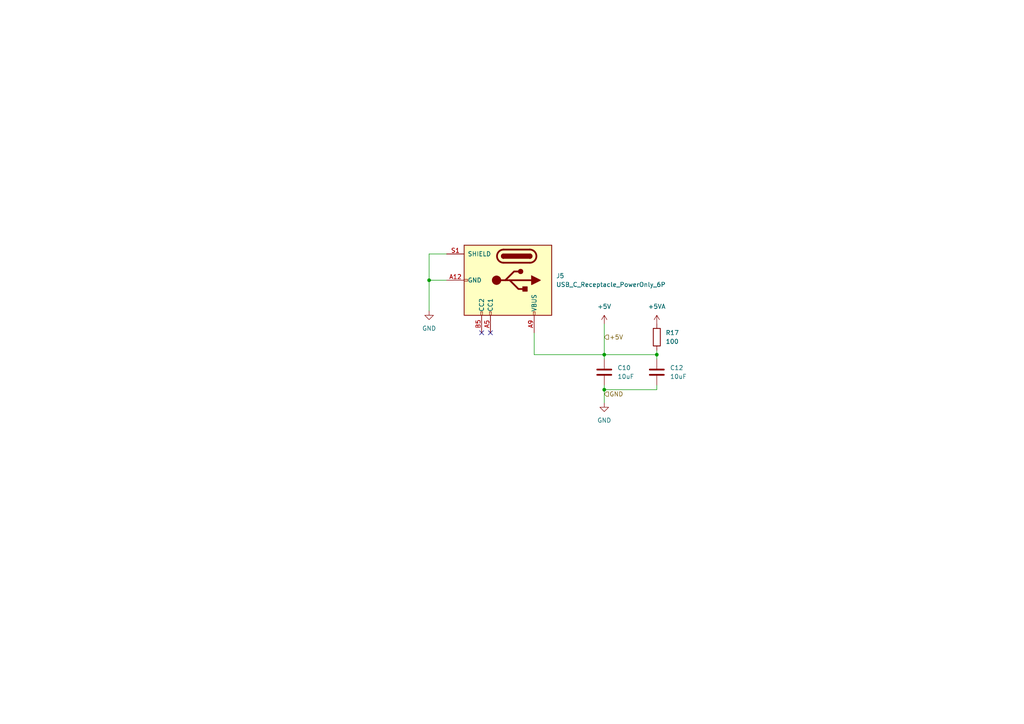
<source format=kicad_sch>
(kicad_sch (version 20231120) (generator "eeschema") (generator_version "8.0")
  (paper "A4")
  (lib_symbols
    (symbol "Connector:USB_C_Receptacle_PowerOnly_6P" (pin_names (offset 1.016))
      (property "Reference" "J" (at 0 16.51 0))
      (property "Value" "USB_C_Receptacle_PowerOnly_6P" (at 0 13.97 0))
      (symbol "USB_C_Receptacle_PowerOnly_6P_0_0"
        (rectangle (start -0.254 -12.7) (end 0.254 -11.684))
        (rectangle (start 10.16 -7.366) (end 9.144 -7.874))
        (rectangle (start 10.16 -4.826) (end 9.144 -5.334))
        (rectangle (start 10.16 7.874) (end 9.144 7.366))
      )
      (symbol "USB_C_Receptacle_PowerOnly_6P_0_1"
        (rectangle (start -10.16 12.7) (end 10.16 -12.7) (stroke (width 0.254)) (fill (type background)))
        (arc (start -8.89 -1.27) (mid -6.985 -3.1667) (end -5.08 -1.27) (stroke (width 0.508)))
        (arc (start -7.62 -1.27) (mid -6.985 -1.9023) (end -6.35 -1.27) (stroke (width 0.254)))
        (arc (start -7.62 -1.27) (mid -6.985 -1.9023) (end -6.35 -1.27) (stroke (width 0.254)) (fill (type outline)))
        (rectangle (start -7.62 -1.27) (end -6.35 6.35) (stroke (width 0.254)) (fill (type outline)))
        (arc (start -6.35 6.35) (mid -6.985 6.9823) (end -7.62 6.35) (stroke (width 0.254)))
        (arc (start -6.35 6.35) (mid -6.985 6.9823) (end -7.62 6.35) (stroke (width 0.254)) (fill (type outline)))
        (arc (start -5.08 6.35) (mid -6.985 8.2467) (end -8.89 6.35) (stroke (width 0.508)))
        (circle (center -2.54 3.683) (radius 0.635) (stroke (width 0.254)) (fill (type outline)))
        (circle (center 0 -3.302) (radius 1.27) (fill (type outline)))
        (polyline (pts (xy -8.89 -1.27) (xy -8.89 6.35)) (stroke (width 0.508)))
        (polyline (pts (xy -5.08 6.35) (xy -5.08 -1.27)) (stroke (width 0.508)))
        (polyline (pts (xy 0 -3.302) (xy 0 6.858)) (stroke (width 0.508)))
        (polyline (pts (xy 0 -0.762) (xy -2.54 1.778) (xy -2.54 3.048)) (stroke (width 0.508)))
        (polyline (pts (xy 0 0.508) (xy 2.54 3.048) (xy 2.54 4.318)) (stroke (width 0.508)))
        (polyline (pts (xy -1.27 6.858) (xy 0 9.398) (xy 1.27 6.858) (xy -1.27 6.858)) (stroke (width 0.254)) (fill (type outline)))
        (rectangle (start 1.905 4.318) (end 3.175 5.588) (stroke (width 0.254)) (fill (type outline)))
      )
      (symbol "USB_C_Receptacle_PowerOnly_6P_1_1"
        (pin passive line (at 0 -17.78 90) (length 5.08) (name "GND") (number "A12"))
        (pin bidirectional line (at 15.24 -5.08 180) (length 5.08) (name "CC1") (number "A5"))
        (pin passive line (at 15.24 7.62 180) (length 5.08) (name "VBUS") (number "A9"))
        (pin passive line (at 0 -17.78 90) (length 5.08) hide (name "GND") (number "B12"))
        (pin bidirectional line (at 15.24 -7.62 180) (length 5.08) (name "CC2") (number "B5"))
        (pin passive line (at 15.24 7.62 180) (length 5.08) hide (name "VBUS") (number "B9"))
        (pin passive line (at -7.62 -17.78 90) (length 5.08) (name "SHIELD") (number "S1"))
      )
    )
    (symbol "Device:C" (pin_numbers hide) (pin_names (offset 0.254))
      (property "Reference" "C" (at 0.635 2.54 0))
      (property "Value" "C" (at 0.635 -2.54 0))
      (symbol "C_0_1"
        (polyline (pts (xy -2.032 -0.762) (xy 2.032 -0.762)) (stroke (width 0.508)))
        (polyline (pts (xy -2.032 0.762) (xy 2.032 0.762)) (stroke (width 0.508)))
      )
      (symbol "C_1_1"
        (pin passive line (at 0 3.81 270) (length 2.794) (name "~") (number "1"))
        (pin passive line (at 0 -3.81 90) (length 2.794) (name "~") (number "2"))
      )
    )
    (symbol "Device:R" (pin_numbers hide) (pin_names (offset 0))
      (property "Reference" "R" (at 2.032 0 90))
      (property "Value" "R" (at 0 0 90))
      (symbol "R_0_1"
        (rectangle (start -1.016 -2.54) (end 1.016 2.54) (stroke (width 0.254)))
      )
      (symbol "R_1_1"
        (pin passive line (at 0 3.81 270) (length 1.27) (name "~") (number "1"))
        (pin passive line (at 0 -3.81 90) (length 1.27) (name "~") (number "2"))
      )
    )
    (symbol "power:+5V" (power) (pin_names (offset 0))
      (property "Value" "+5V" (at 0 3.556 0))
      (symbol "+5V_0_1"
        (polyline (pts (xy -0.762 1.27) (xy 0 2.54)))
        (polyline (pts (xy 0 0) (xy 0 2.54)))
        (polyline (pts (xy 0 2.54) (xy 0.762 1.27)))
      )
      (symbol "+5V_1_1"
        (pin power_in line (at 0 0 90) (length 0) hide (name "+5V") (number "1"))
      )
    )
    (symbol "power:+5VA" (power) (pin_names (offset 0))
      (property "Value" "+5VA" (at 0 3.556 0))
      (symbol "+5VA_0_1"
        (polyline (pts (xy -0.762 1.27) (xy 0 2.54)))
        (polyline (pts (xy 0 0) (xy 0 2.54)))
        (polyline (pts (xy 0 2.54) (xy 0.762 1.27)))
      )
      (symbol "+5VA_1_1"
        (pin power_in line (at 0 0 90) (length 0) hide (name "+5VA") (number "1"))
      )
    )
    (symbol "power:GND" (power) (pin_names (offset 0))
      (property "Value" "GND" (at 0 -3.81 0))
      (symbol "GND_0_1"
        (polyline (pts (xy 0 0) (xy 0 -1.27) (xy 1.27 -1.27) (xy 0 -2.54) (xy -1.27 -1.27) (xy 0 -1.27)))
      )
      (symbol "GND_1_1"
        (pin power_in line (at 0 0 270) (length 0) hide (name "GND") (number "1"))
      )
    )
  )
  (junction (at 175.26 102.87))
  (junction (at 175.26 113.03))
  (junction (at 190.5 102.87))
  (junction (at 124.46 81.28))
  (no_connect (at 142.24 96.52))
  (no_connect (at 139.7 96.52))
  (wire (pts (xy 175.26 113.03) (xy 175.26 116.84)))
  (wire (pts (xy 154.94 102.87) (xy 175.26 102.87)))
  (wire (pts (xy 190.5 101.6) (xy 190.5 102.87)))
  (wire (pts (xy 154.94 102.87) (xy 154.94 96.52)))
  (wire (pts (xy 175.26 102.87) (xy 175.26 104.14)))
  (wire (pts (xy 124.46 73.66) (xy 124.46 81.28)))
  (wire (pts (xy 190.5 104.14) (xy 190.5 102.87)))
  (wire (pts (xy 190.5 111.76) (xy 190.5 113.03)))
  (wire (pts (xy 175.26 93.98) (xy 175.26 102.87)))
  (wire (pts (xy 129.54 81.28) (xy 124.46 81.28)))
  (wire (pts (xy 124.46 81.28) (xy 124.46 90.17)))
  (wire (pts (xy 175.26 111.76) (xy 175.26 113.03)))
  (wire (pts (xy 190.5 102.87) (xy 175.26 102.87)))
  (wire (pts (xy 129.54 73.66) (xy 124.46 73.66)))
  (wire (pts (xy 190.5 113.03) (xy 175.26 113.03)))
  (hierarchical_label "GND" (shape input) (at 175.26 114.3 0))
  (hierarchical_label "+5V" (shape input) (at 175.26 97.79 0))
  (symbol (lib_id "Connector:USB_C_Receptacle_PowerOnly_6P") (at 147.32 81.28 270) (unit 1)
    (property "Reference" "J5" (at 161.29 80.0099 90) (effects (justify left)))
    (property "Value" "USB_C_Receptacle_PowerOnly_6P" (at 161.29 82.5499 90) (effects (justify left)))
    (property "Footprint" "Connector_USB:USB_C_Receptacle_GCT_USB4125-xx-x_6P_TopMnt_Horizontal" (effects (hide yes)))
    (property "Datasheet" "https://www.usb.org/sites/default/files/documents/usb_type-c.zip" (effects (hide yes)))
    (property "Description" "USB Power-Only 6P Type-C Receptacle connector" (effects (hide yes)))
  )
  (symbol (lib_id "Device:C") (at 175.26 107.95 0) (unit 1)
    (property "Reference" "C10" (at 179.07 106.6799 0) (effects (justify left)))
    (property "Value" "10uF" (at 179.07 109.2199 0) (effects (justify left)))
    (property "Footprint" "Capacitor_SMD:C_0603_1608Metric" (effects (hide yes)))
    (property "Description" "Unpolarized capacitor" (effects (hide yes)))
  )
  (symbol (lib_id "power:GND") (at 124.46 90.17 0) (unit 1)
    (property "Reference" "#PWR026" (effects (hide yes)))
    (property "Value" "GND" (at 124.46 95.25 0))
    (property "Description" "Power symbol creates a global label with name \"GND\" , ground" (effects (hide yes)))
  )
  (symbol (lib_id "Device:C") (at 190.5 107.95 0) (unit 1)
    (property "Reference" "C12" (at 194.31 106.6799 0) (effects (justify left)))
    (property "Value" "10uF" (at 194.31 109.2199 0) (effects (justify left)))
    (property "Footprint" "Capacitor_SMD:C_0603_1608Metric" (effects (hide yes)))
    (property "Description" "Unpolarized capacitor" (effects (hide yes)))
  )
  (symbol (lib_id "power:+5V") (at 175.26 93.98 0) (unit 1)
    (property "Reference" "#PWR029" (effects (hide yes)))
    (property "Value" "+5V" (at 175.26 88.9 0))
    (property "Description" "Power symbol creates a global label with name \"+5V\"" (effects (hide yes)))
  )
  (symbol (lib_id "power:GND") (at 175.26 116.84 0) (unit 1)
    (property "Reference" "#PWR027" (effects (hide yes)))
    (property "Value" "GND" (at 175.26 121.92 0))
    (property "Description" "Power symbol creates a global label with name \"GND\" , ground" (effects (hide yes)))
  )
  (symbol (lib_id "power:+5VA") (at 190.5 93.98 0) (unit 1)
    (property "Reference" "#PWR036" (effects (hide yes)))
    (property "Value" "+5VA" (at 190.5 88.9 0))
    (property "Description" "Power symbol creates a global label with name \"+5VA\"" (effects (hide yes)))
  )
  (symbol (lib_id "Device:R") (at 190.5 97.79 0) (unit 1)
    (property "Reference" "R17" (at 193.04 96.5199 0) (effects (justify left)))
    (property "Value" "100" (at 193.04 99.0599 0) (effects (justify left)))
    (property "Footprint" "Resistor_SMD:R_0603_1608Metric" (effects (hide yes)))
    (property "Description" "Resistor" (effects (hide yes)))
  )
)
</source>
